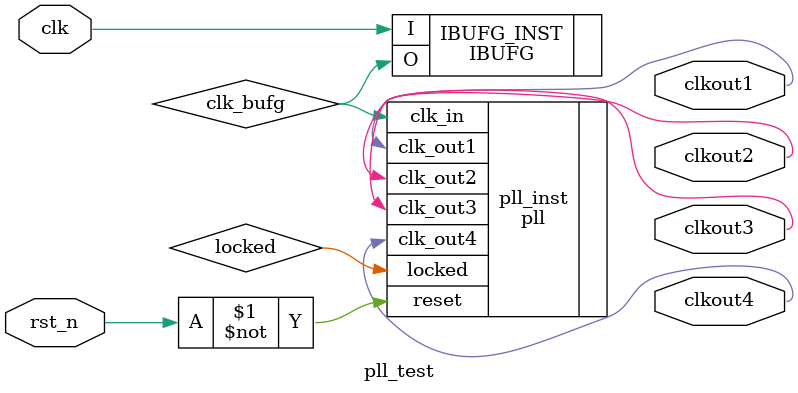
<source format=v>


//================================================================================
//  Revision History:
//  Date          By            Revision    Change Description
//--------------------------------------------------------------------------------
//  2017/7/19     meisq          1.0         Original
//*******************************************************************************/

`timescale 1ns / 1ps

module pll_test
(
	input   clk,
	input   rst_n,
	output  clkout1,        //pll clock output
	output  clkout2,        //pll clock output
	output  clkout3,        //pll clock output
	output  clkout4         //pll clock output
);

wire locked;

IBUFG IBUFG_INST
(
      .O(clk_bufg),
		.I(clk)
);

pll pll_inst
(
	// Clock in ports
	.clk_in(clk_bufg),           // IN 50Mhz
	// Clock out ports
	.clk_out1(clkout1),           // OUT 25Mhz
	.clk_out2(clkout2),           // OUT 50Mhz
	.clk_out3(clkout3),           // OUT 75Mhz
	.clk_out4(clkout4),           // OUT 100Mhz
	// Status and control signals
	.reset(~rst_n),        // IN
	.locked(locked)         //The signal of PLL normal operation
	);                      // OUT

endmodule

</source>
